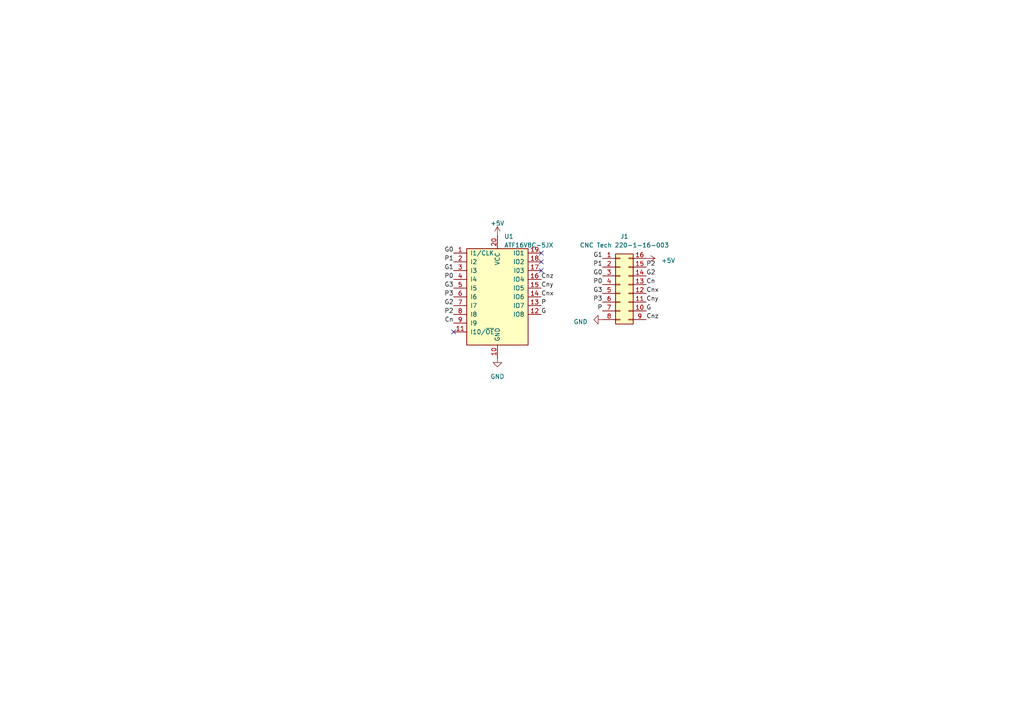
<source format=kicad_sch>
(kicad_sch (version 20230121) (generator eeschema)
  (paper "A4")
  (title_block (title "74(LS|HC|F)182 pal replacement") (date "2023-04-12") (rev "0.0.1") (company "Rainy Day Plans"))
  (lib_symbols
    (symbol "Connector_Generic:Conn_02x08_Counter_Clockwise" (pin_names (offset 1.016) hide)
      (property "Reference" "J" (at 1.27 10.16 0))
      (property "Value" "Conn_02x08_Counter_Clockwise" (at 1.27 -12.7 0))
      (symbol "Conn_02x08_Counter_Clockwise_1_1"
        (rectangle (start -1.27 -10.033) (end 0 -10.287) (stroke (width 0.1524)))
        (rectangle (start -1.27 -7.493) (end 0 -7.747) (stroke (width 0.1524)))
        (rectangle (start -1.27 -4.953) (end 0 -5.207) (stroke (width 0.1524)))
        (rectangle (start -1.27 -2.413) (end 0 -2.667) (stroke (width 0.1524)))
        (rectangle (start -1.27 0.127) (end 0 -0.127) (stroke (width 0.1524)))
        (rectangle (start -1.27 2.667) (end 0 2.413) (stroke (width 0.1524)))
        (rectangle (start -1.27 5.207) (end 0 4.953) (stroke (width 0.1524)))
        (rectangle (start -1.27 7.747) (end 0 7.493) (stroke (width 0.1524)))
        (rectangle (start -1.27 8.89) (end 3.81 -11.43) (stroke (width 0.254)) (fill (type background)))
        (rectangle (start 3.81 -10.033) (end 2.54 -10.287) (stroke (width 0.1524)))
        (rectangle (start 3.81 -7.493) (end 2.54 -7.747) (stroke (width 0.1524)))
        (rectangle (start 3.81 -4.953) (end 2.54 -5.207) (stroke (width 0.1524)))
        (rectangle (start 3.81 -2.413) (end 2.54 -2.667) (stroke (width 0.1524)))
        (rectangle (start 3.81 0.127) (end 2.54 -0.127) (stroke (width 0.1524)))
        (rectangle (start 3.81 2.667) (end 2.54 2.413) (stroke (width 0.1524)))
        (rectangle (start 3.81 5.207) (end 2.54 4.953) (stroke (width 0.1524)))
        (rectangle (start 3.81 7.747) (end 2.54 7.493) (stroke (width 0.1524)))
        (pin passive line (at -5.08 7.62 0) (length 3.81) (name "Pin_1") (number "1"))
        (pin passive line (at 7.62 -7.62 180) (length 3.81) (name "Pin_10") (number "10"))
        (pin passive line (at 7.62 -5.08 180) (length 3.81) (name "Pin_11") (number "11"))
        (pin passive line (at 7.62 -2.54 180) (length 3.81) (name "Pin_12") (number "12"))
        (pin passive line (at 7.62 0 180) (length 3.81) (name "Pin_13") (number "13"))
        (pin passive line (at 7.62 2.54 180) (length 3.81) (name "Pin_14") (number "14"))
        (pin passive line (at 7.62 5.08 180) (length 3.81) (name "Pin_15") (number "15"))
        (pin passive line (at 7.62 7.62 180) (length 3.81) (name "Pin_16") (number "16"))
        (pin passive line (at -5.08 5.08 0) (length 3.81) (name "Pin_2") (number "2"))
        (pin passive line (at -5.08 2.54 0) (length 3.81) (name "Pin_3") (number "3"))
        (pin passive line (at -5.08 0 0) (length 3.81) (name "Pin_4") (number "4"))
        (pin passive line (at -5.08 -2.54 0) (length 3.81) (name "Pin_5") (number "5"))
        (pin passive line (at -5.08 -5.08 0) (length 3.81) (name "Pin_6") (number "6"))
        (pin passive line (at -5.08 -7.62 0) (length 3.81) (name "Pin_7") (number "7"))
        (pin passive line (at -5.08 -10.16 0) (length 3.81) (name "Pin_8") (number "8"))
        (pin passive line (at 7.62 -10.16 180) (length 3.81) (name "Pin_9") (number "9"))
      )
    )
    (symbol "Logic_Programmable:GAL16V8" (pin_names (offset 1.016))
      (property "Reference" "U" (at -8.89 16.51 0))
      (property "Value" "GAL16V8" (at 1.27 16.51 0))
      (symbol "GAL16V8_0_0"
        (pin power_in line (at 0 -17.78 90) (length 3.81) (name "GND") (number "10"))
        (pin power_in line (at 0 17.78 270) (length 3.81) (name "VCC") (number "20"))
      )
      (symbol "GAL16V8_0_1"
        (rectangle (start -8.89 13.97) (end 8.89 -13.97) (stroke (width 0.254)) (fill (type background)))
      )
      (symbol "GAL16V8_1_1"
        (pin input line (at -12.7 12.7 0) (length 3.81) (name "I1/CLK") (number "1"))
        (pin input line (at -12.7 -10.16 0) (length 3.81) (name "I10/~{OE}") (number "11"))
        (pin tri_state line (at 12.7 -5.08 180) (length 3.81) (name "IO8") (number "12"))
        (pin tri_state line (at 12.7 -2.54 180) (length 3.81) (name "IO7") (number "13"))
        (pin tri_state line (at 12.7 0 180) (length 3.81) (name "IO6") (number "14"))
        (pin tri_state line (at 12.7 2.54 180) (length 3.81) (name "IO5") (number "15"))
        (pin tri_state line (at 12.7 5.08 180) (length 3.81) (name "IO4") (number "16"))
        (pin tri_state line (at 12.7 7.62 180) (length 3.81) (name "I03") (number "17"))
        (pin tri_state line (at 12.7 10.16 180) (length 3.81) (name "IO2") (number "18"))
        (pin tri_state line (at 12.7 12.7 180) (length 3.81) (name "IO1") (number "19"))
        (pin input line (at -12.7 10.16 0) (length 3.81) (name "I2") (number "2"))
        (pin input line (at -12.7 7.62 0) (length 3.81) (name "I3") (number "3"))
        (pin input line (at -12.7 5.08 0) (length 3.81) (name "I4") (number "4"))
        (pin input line (at -12.7 2.54 0) (length 3.81) (name "I5") (number "5"))
        (pin input line (at -12.7 0 0) (length 3.81) (name "I6") (number "6"))
        (pin input line (at -12.7 -2.54 0) (length 3.81) (name "I7") (number "7"))
        (pin input line (at -12.7 -5.08 0) (length 3.81) (name "I8") (number "8"))
        (pin input line (at -12.7 -7.62 0) (length 3.81) (name "I9") (number "9"))
      )
    )
    (symbol "power:+5V" (power) (pin_names (offset 0))
      (property "Value" "+5V" (at 0 3.556 0))
      (symbol "+5V_0_1"
        (polyline (pts (xy -0.762 1.27) (xy 0 2.54)))
        (polyline (pts (xy 0 0) (xy 0 2.54)))
        (polyline (pts (xy 0 2.54) (xy 0.762 1.27)))
      )
      (symbol "+5V_1_1"
        (pin power_in line (at 0 0 90) (length 0) hide (name "+5V") (number "1"))
      )
    )
    (symbol "power:GND" (power) (pin_names (offset 0))
      (property "Value" "GND" (at 0 -3.81 0))
      (symbol "GND_0_1"
        (polyline (pts (xy 0 0) (xy 0 -1.27) (xy 1.27 -1.27) (xy 0 -2.54) (xy -1.27 -1.27) (xy 0 -1.27)))
      )
      (symbol "GND_1_1"
        (pin power_in line (at 0 0 270) (length 0) hide (name "GND") (number "1"))
      )
    )
  )
  (no_connect (at 131.572 96.266))
  (no_connect (at 156.972 73.406))
  (no_connect (at 156.972 75.946))
  (no_connect (at 156.972 78.486))
  (label "G0" (at 131.572 73.406 180))
  (label "P3" (at 131.572 86.106 180))
  (label "Cnz" (at 156.972 81.026 0))
  (label "P" (at 174.752 90.17 180))
  (label "P" (at 156.972 88.646 0))
  (label "P2" (at 187.452 77.47 0))
  (label "G" (at 187.452 90.17 0))
  (label "P3" (at 174.752 87.63 180))
  (label "G2" (at 131.572 88.646 180))
  (label "Cnx" (at 156.972 86.106 0))
  (label "Cny" (at 156.972 83.566 0))
  (label "P1" (at 174.752 77.47 180))
  (label "Cn" (at 187.452 82.55 0))
  (label "P2" (at 131.572 91.186 180))
  (label "G0" (at 174.752 80.01 180))
  (label "G3" (at 131.572 83.566 180))
  (label "P0" (at 131.572 81.026 180))
  (label "Cnz" (at 187.452 92.71 0))
  (label "P1" (at 131.572 75.946 180))
  (label "G3" (at 174.752 85.09 180))
  (label "Cny" (at 187.452 87.63 0))
  (label "P0" (at 174.752 82.55 180))
  (label "G1" (at 131.572 78.486 180))
  (label "Cnx" (at 187.452 85.09 0))
  (label "G2" (at 187.452 80.01 0))
  (label "G1" (at 174.752 74.93 180))
  (label "Cn" (at 131.572 93.726 180))
  (label "G" (at 156.972 91.186 0))
  (symbol (lib_id "Connector_Generic:Conn_02x08_Counter_Clockwise") (at 179.832 82.55 0) (unit 1)
    (property "Reference" "J1" (at 181.102 68.58 0))
    (property "Value" "CNC Tech 220-1-16-003" (at 181.102 71.12 0))
    (property "Footprint" "Package_DIP:DIP-16_W7.62mm" (effects hide))
  )
  (symbol (lib_id "power:GND") (at 144.272 103.886 0) (unit 1)
    (property "Reference" "#PWR03" (effects hide))
    (property "Value" "GND" (at 144.272 109.22 0))
  )
  (symbol (lib_id "power:+5V") (at 187.452 74.93 270) (unit 1)
    (property "Reference" "#PWR02" (effects hide))
    (property "Value" "+5V" (at 191.77 75.565 90) (effects (justify left)))
  )
  (symbol (lib_id "power:+5V") (at 144.272 68.326 0) (unit 1)
    (property "Reference" "#PWR01" (effects hide))
    (property "Value" "+5V" (at 144.272 64.77 0))
  )
  (symbol (lib_id "power:GND") (at 174.752 92.71 270) (unit 1)
    (property "Reference" "#PWR04" (effects hide))
    (property "Value" "GND" (at 170.434 93.345 90) (effects (justify right)))
  )
  (symbol (lib_id "Logic_Programmable:GAL16V8") (at 144.272 86.106 0) (unit 1)
    (property "Reference" "U1" (at 146.2279 68.58 0) (effects (justify left)))
    (property "Value" "ATF16V8C-5JX" (at 146.2279 71.12 0) (effects (justify left)))
    (property "Footprint" "Package_LCC:PLCC-20" (effects hide))
    (property "Datasheet" "https://ww1.microchip.com/downloads/en/DeviceDoc/Atmel-0425-PLD-ATF16V8C-Datasheet.pdf" (effects hide))
  )
)
</source>
